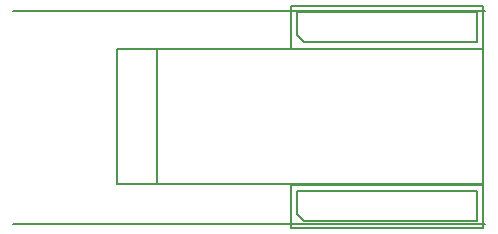
<source format=gto>
%TF.GenerationSoftware,KiCad,Pcbnew,(6.0.7)*%
%TF.CreationDate,2022-08-25T13:01:18+08:00*%
%TF.ProjectId,T12_SolderingStationScreen,5431325f-536f-46c6-9465-72696e675374,rev?*%
%TF.SameCoordinates,Original*%
%TF.FileFunction,Legend,Top*%
%TF.FilePolarity,Positive*%
%FSLAX45Y45*%
G04 Gerber Fmt 4.5, Leading zero omitted, Abs format (unit mm)*
G04 Created by KiCad (PCBNEW (6.0.7)) date 2022-08-25 13:01:18*
%MOMM*%
%LPD*%
G01*
G04 APERTURE LIST*
%ADD10C,0.152399*%
G04 APERTURE END LIST*
D10*
X12649880Y-13377840D02*
X12649880Y-13017840D01*
X11072880Y-11747500D02*
X11072880Y-11557000D01*
X11072880Y-11557000D02*
X12596880Y-11557000D01*
X11019880Y-13017840D02*
X11019880Y-13377840D01*
X11072880Y-13261340D02*
X11072880Y-13070840D01*
X11072880Y-13070840D02*
X12596880Y-13070840D01*
X12596880Y-11557000D02*
X12596880Y-11811000D01*
X11019880Y-13377840D02*
X12649880Y-13377840D01*
X12596880Y-11811000D02*
X11136380Y-11811000D01*
X8668000Y-13346000D02*
X12668000Y-13346000D01*
X12649880Y-13017840D02*
X11019880Y-13017840D01*
X12668000Y-11546000D02*
X8668000Y-11546000D01*
X11136380Y-13324840D02*
X11072880Y-13261340D01*
X11136380Y-11811000D02*
X11072880Y-11747500D01*
X12596880Y-13070840D02*
X12596880Y-13324840D01*
X12649880Y-11864000D02*
X12649880Y-11504000D01*
X12596880Y-13324840D02*
X11136380Y-13324840D01*
X11019880Y-11864000D02*
X12649880Y-11864000D01*
X12649880Y-11504000D02*
X11019880Y-11504000D01*
X11019880Y-11504000D02*
X11019880Y-11864000D01*
%TO.C,U3*%
X9889800Y-11862310D02*
X12649800Y-11862310D01*
X9889800Y-11862310D02*
X9549800Y-11862310D01*
X9549800Y-13012310D02*
X9889800Y-13012310D01*
X9889800Y-11862310D02*
X9889800Y-13012310D01*
X9549800Y-11862310D02*
X9549800Y-13012310D01*
X9889800Y-13012310D02*
X12649800Y-13012310D01*
X12649800Y-11862310D02*
X12649800Y-13012310D01*
%TD*%
M02*

</source>
